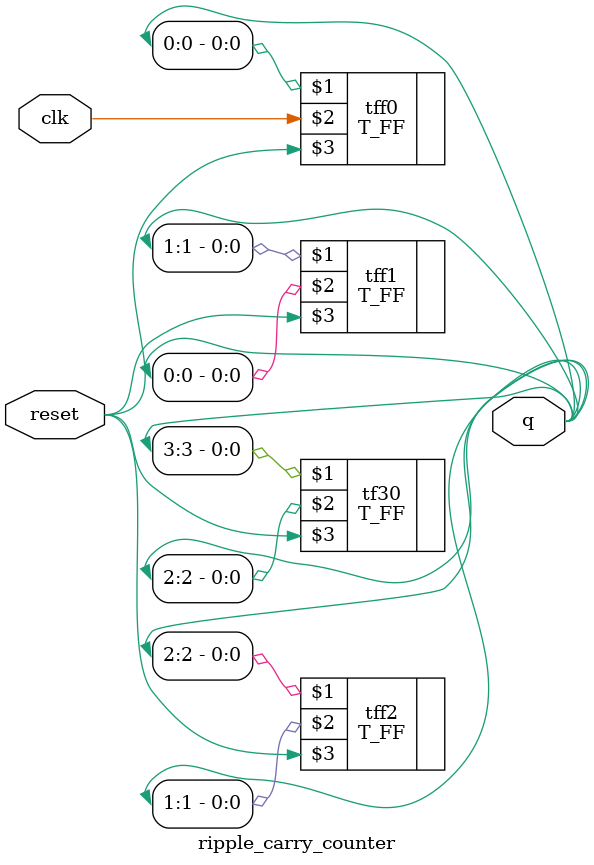
<source format=v>
 
 module ripple_carry_counter (q, clk, reset);
   output [3:0] q;
   input clk, reset;
   T_FF tff0(q[0], clk, reset);
   T_FF tff1(q[1], q[0], reset);
   T_FF tff2(q[2], q[1], reset);
   T_FF tf30(q[3], q[2], reset);
 
 endmodule

</source>
